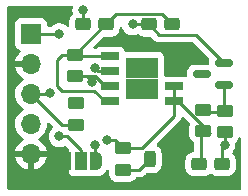
<source format=gbr>
%TF.GenerationSoftware,KiCad,Pcbnew,7.0.1-0*%
%TF.CreationDate,2023-04-25T00:20:10+03:00*%
%TF.ProjectId,power switch with delay,706f7765-7220-4737-9769-746368207769,rev?*%
%TF.SameCoordinates,Original*%
%TF.FileFunction,Copper,L1,Top*%
%TF.FilePolarity,Positive*%
%FSLAX46Y46*%
G04 Gerber Fmt 4.6, Leading zero omitted, Abs format (unit mm)*
G04 Created by KiCad (PCBNEW 7.0.1-0) date 2023-04-25 00:20:10*
%MOMM*%
%LPD*%
G01*
G04 APERTURE LIST*
G04 Aperture macros list*
%AMRoundRect*
0 Rectangle with rounded corners*
0 $1 Rounding radius*
0 $2 $3 $4 $5 $6 $7 $8 $9 X,Y pos of 4 corners*
0 Add a 4 corners polygon primitive as box body*
4,1,4,$2,$3,$4,$5,$6,$7,$8,$9,$2,$3,0*
0 Add four circle primitives for the rounded corners*
1,1,$1+$1,$2,$3*
1,1,$1+$1,$4,$5*
1,1,$1+$1,$6,$7*
1,1,$1+$1,$8,$9*
0 Add four rect primitives between the rounded corners*
20,1,$1+$1,$2,$3,$4,$5,0*
20,1,$1+$1,$4,$5,$6,$7,0*
20,1,$1+$1,$6,$7,$8,$9,0*
20,1,$1+$1,$8,$9,$2,$3,0*%
%AMFreePoly0*
4,1,19,0.550000,-0.750000,0.000000,-0.750000,0.000000,-0.744911,-0.071157,-0.744911,-0.207708,-0.704816,-0.327430,-0.627875,-0.420627,-0.520320,-0.479746,-0.390866,-0.500000,-0.250000,-0.500000,0.250000,-0.479746,0.390866,-0.420627,0.520320,-0.327430,0.627875,-0.207708,0.704816,-0.071157,0.744911,0.000000,0.744911,0.000000,0.750000,0.550000,0.750000,0.550000,-0.750000,0.550000,-0.750000,
$1*%
%AMFreePoly1*
4,1,19,0.000000,0.744911,0.071157,0.744911,0.207708,0.704816,0.327430,0.627875,0.420627,0.520320,0.479746,0.390866,0.500000,0.250000,0.500000,-0.250000,0.479746,-0.390866,0.420627,-0.520320,0.327430,-0.627875,0.207708,-0.704816,0.071157,-0.744911,0.000000,-0.744911,0.000000,-0.750000,-0.550000,-0.750000,-0.550000,0.750000,0.000000,0.750000,0.000000,0.744911,0.000000,0.744911,
$1*%
G04 Aperture macros list end*
%TA.AperFunction,SMDPad,CuDef*%
%ADD10RoundRect,0.250000X0.450000X-0.262500X0.450000X0.262500X-0.450000X0.262500X-0.450000X-0.262500X0*%
%TD*%
%TA.AperFunction,SMDPad,CuDef*%
%ADD11R,1.500000X0.650000*%
%TD*%
%TA.AperFunction,SMDPad,CuDef*%
%ADD12R,1.350000X1.800000*%
%TD*%
%TA.AperFunction,SMDPad,CuDef*%
%ADD13FreePoly0,0.000000*%
%TD*%
%TA.AperFunction,SMDPad,CuDef*%
%ADD14R,1.000000X1.500000*%
%TD*%
%TA.AperFunction,SMDPad,CuDef*%
%ADD15FreePoly1,0.000000*%
%TD*%
%TA.AperFunction,ComponentPad*%
%ADD16R,1.700000X1.700000*%
%TD*%
%TA.AperFunction,ComponentPad*%
%ADD17O,1.700000X1.700000*%
%TD*%
%TA.AperFunction,SMDPad,CuDef*%
%ADD18RoundRect,0.243750X0.243750X0.456250X-0.243750X0.456250X-0.243750X-0.456250X0.243750X-0.456250X0*%
%TD*%
%TA.AperFunction,SMDPad,CuDef*%
%ADD19RoundRect,0.150000X0.587500X0.150000X-0.587500X0.150000X-0.587500X-0.150000X0.587500X-0.150000X0*%
%TD*%
%TA.AperFunction,SMDPad,CuDef*%
%ADD20RoundRect,0.250000X-0.400000X-0.275000X0.400000X-0.275000X0.400000X0.275000X-0.400000X0.275000X0*%
%TD*%
%TA.AperFunction,ViaPad*%
%ADD21C,0.800000*%
%TD*%
%TA.AperFunction,Conductor*%
%ADD22C,0.250000*%
%TD*%
G04 APERTURE END LIST*
D10*
%TO.P,R5,2*%
%TO.N,Net-(D1-K-Pad1)*%
X129800000Y-97000000D03*
%TO.P,R5,1*%
%TO.N,OUT+*%
X129800000Y-98825000D03*
%TD*%
%TO.P,R4,1*%
%TO.N,Net-(C3-Pad2)*%
X131600000Y-98912500D03*
%TO.P,R4,2*%
%TO.N,Net-(D1-K-Pad1)*%
X131600000Y-97087500D03*
%TD*%
%TO.P,R3,1*%
%TO.N,Net-(D2-A)*%
X123000000Y-102112500D03*
%TO.P,R3,2*%
%TO.N,OUT+*%
X123000000Y-100287500D03*
%TD*%
%TO.P,R2,2*%
%TO.N,Net-(C1-Pad2)*%
X118912500Y-92375000D03*
%TO.P,R2,1*%
%TO.N,VCC*%
X118912500Y-94200000D03*
%TD*%
%TO.P,R1,2*%
%TO.N,VCC*%
X119000000Y-96487500D03*
%TO.P,R1,1*%
%TO.N,BUT*%
X119000000Y-98312500D03*
%TD*%
D11*
%TO.P,Q1,1*%
%TO.N,Net-(C1-Pad2)*%
X121900000Y-92495000D03*
%TO.P,Q1,2*%
%TO.N,Net-(C3-Pad2)*%
X121900000Y-93765000D03*
%TO.P,Q1,3*%
%TO.N,VCC*%
X121900000Y-95035000D03*
%TO.P,Q1,4*%
%TO.N,Net-(C1-Pad2)*%
X121900000Y-96305000D03*
%TO.P,Q1,5*%
%TO.N,OUT+*%
X127300000Y-96305000D03*
%TO.P,Q1,6*%
X127300000Y-95035000D03*
%TO.P,Q1,7*%
%TO.N,GND*%
X127300000Y-93765000D03*
%TO.P,Q1,8*%
X127300000Y-92495000D03*
D12*
%TO.P,Q1,9*%
%TO.N,N/C*%
X125275000Y-93500000D03*
X125275000Y-95300000D03*
X123925000Y-93500000D03*
X123925000Y-95300000D03*
%TD*%
D13*
%TO.P,JP1,1,A*%
%TO.N,GND*%
X118100000Y-101400000D03*
D14*
%TO.P,JP1,2,C*%
%TO.N,Net-(JP1-C)*%
X119400000Y-101400000D03*
D15*
%TO.P,JP1,3,B*%
%TO.N,VCC*%
X120700000Y-101400000D03*
%TD*%
D16*
%TO.P,J1,1,Pin_1*%
%TO.N,OUT+*%
X115200000Y-90600000D03*
D17*
%TO.P,J1,2,Pin_2*%
%TO.N,GND*%
X115200000Y-93140000D03*
%TO.P,J1,3,Pin_3*%
%TO.N,BUT*%
X115200000Y-95680000D03*
%TO.P,J1,4,Pin_4*%
%TO.N,VCC*%
X115200000Y-98220000D03*
%TO.P,J1,5,Pin_5*%
%TO.N,GND*%
X115200000Y-100760000D03*
%TD*%
D18*
%TO.P,D2,1,K*%
%TO.N,GND*%
X127137500Y-101200000D03*
%TO.P,D2,2,A*%
%TO.N,Net-(D2-A)*%
X125262500Y-101200000D03*
%TD*%
D19*
%TO.P,D1,3,K*%
%TO.N,unconnected-(D1-K-Pad3)*%
X129662500Y-94000000D03*
%TO.P,D1,2,A*%
%TO.N,BUT*%
X131537500Y-93050000D03*
%TO.P,D1,1,K*%
%TO.N,Net-(D1-K-Pad1)*%
X131537500Y-94950000D03*
%TD*%
D20*
%TO.P,C3,1*%
%TO.N,OUT+*%
X129425000Y-101600000D03*
%TO.P,C3,2*%
%TO.N,Net-(C3-Pad2)*%
X131375000Y-101600000D03*
%TD*%
%TO.P,C2,2*%
%TO.N,Net-(C1-Pad2)*%
X121550000Y-89800000D03*
%TO.P,C2,1*%
%TO.N,Net-(JP1-C)*%
X119600000Y-89800000D03*
%TD*%
%TO.P,C1,2*%
%TO.N,Net-(C1-Pad2)*%
X127150000Y-89800000D03*
%TO.P,C1,1*%
%TO.N,BUT*%
X125200000Y-89800000D03*
%TD*%
D21*
%TO.N,Net-(C3-Pad2)*%
X131600000Y-100000000D03*
X120591807Y-93475500D03*
%TO.N,OUT+*%
X121600000Y-99600000D03*
X117600000Y-90600000D03*
%TO.N,Net-(JP1-C)*%
X119600000Y-88600000D03*
X117600000Y-99275500D03*
%TO.N,VCC*%
X120400000Y-94675500D03*
X120600000Y-100000000D03*
%TO.N,BUT*%
X123800000Y-89800000D03*
X116800000Y-95600000D03*
%TD*%
D22*
%TO.N,Net-(C3-Pad2)*%
X131375000Y-101600000D02*
X131375000Y-100225000D01*
X131375000Y-100225000D02*
X131600000Y-100000000D01*
X131600000Y-98912500D02*
X131600000Y-100000000D01*
X120881307Y-93765000D02*
X120591807Y-93475500D01*
X121900000Y-93765000D02*
X120881307Y-93765000D01*
%TO.N,OUT+*%
X115200000Y-90600000D02*
X117600000Y-90600000D01*
X121600000Y-99600000D02*
X122312500Y-99600000D01*
X122312500Y-99600000D02*
X123000000Y-100287500D01*
X129425000Y-101600000D02*
X129600000Y-101425000D01*
X129600000Y-101425000D02*
X129600000Y-99025000D01*
%TO.N,Net-(D1-K-Pad1)*%
X129600000Y-97200000D02*
X131487500Y-97200000D01*
X131487500Y-97200000D02*
X131600000Y-97087500D01*
X131537500Y-94950000D02*
X131537500Y-97025000D01*
X131537500Y-97025000D02*
X131600000Y-97087500D01*
%TO.N,Net-(D2-A)*%
X124350000Y-102112500D02*
X125262500Y-101200000D01*
X123000000Y-102112500D02*
X124350000Y-102112500D01*
%TO.N,OUT+*%
X127300000Y-96305000D02*
X127300000Y-97587500D01*
X127300000Y-97587500D02*
X124600000Y-100287500D01*
X124600000Y-100287500D02*
X123000000Y-100287500D01*
%TO.N,BUT*%
X131537500Y-93050000D02*
X129137500Y-90650000D01*
X129137500Y-90650000D02*
X126050000Y-90650000D01*
X126050000Y-90650000D02*
X125200000Y-89800000D01*
%TO.N,OUT+*%
X127300000Y-96305000D02*
X127480000Y-96305000D01*
X127640000Y-96305000D02*
X130360000Y-99025000D01*
X127300000Y-95035000D02*
X127300000Y-96305000D01*
%TO.N,Net-(C3-Pad2)*%
X121900000Y-93765000D02*
X121900000Y-93810498D01*
%TO.N,Net-(JP1-C)*%
X119400000Y-101400000D02*
X119400000Y-100400000D01*
X118275500Y-99275500D02*
X117600000Y-99275500D01*
X119400000Y-100400000D02*
X118275500Y-99275500D01*
X119600000Y-88600000D02*
X119600000Y-89800000D01*
%TO.N,VCC*%
X118912500Y-94200000D02*
X119924500Y-94200000D01*
X120600000Y-100000000D02*
X120600000Y-101300000D01*
X119924500Y-94200000D02*
X120400000Y-94675500D01*
X120600000Y-101300000D02*
X120700000Y-101400000D01*
X121900000Y-95035000D02*
X121475000Y-95035000D01*
X121475000Y-95035000D02*
X120640000Y-94200000D01*
X120640000Y-94200000D02*
X118912500Y-94200000D01*
%TO.N,Net-(C1-Pad2)*%
X117400000Y-95000000D02*
X117400000Y-92800000D01*
X121900000Y-96305000D02*
X121475000Y-96305000D01*
X120570000Y-95400000D02*
X117800000Y-95400000D01*
X117800000Y-95400000D02*
X117400000Y-95000000D01*
X117400000Y-92800000D02*
X117825000Y-92375000D01*
X117825000Y-92375000D02*
X118912500Y-92375000D01*
X121475000Y-96305000D02*
X120570000Y-95400000D01*
X118912500Y-92375000D02*
X119032500Y-92495000D01*
X119032500Y-92495000D02*
X121900000Y-92495000D01*
X121550000Y-89800000D02*
X121487500Y-89800000D01*
X121487500Y-89800000D02*
X118912500Y-92375000D01*
X127150000Y-89800000D02*
X126300000Y-88950000D01*
X126300000Y-88950000D02*
X122400000Y-88950000D01*
X122400000Y-88950000D02*
X121550000Y-89800000D01*
%TO.N,BUT*%
X115200000Y-95680000D02*
X116720000Y-95680000D01*
X116720000Y-95680000D02*
X116800000Y-95600000D01*
X123800000Y-89800000D02*
X125200000Y-89800000D01*
X115200000Y-95680000D02*
X117832500Y-98312500D01*
X117832500Y-98312500D02*
X119000000Y-98312500D01*
%TD*%
%TA.AperFunction,Conductor*%
%TO.N,GND*%
G36*
X118668587Y-88214015D02*
G01*
X118712610Y-88251614D01*
X118734765Y-88305102D01*
X118730223Y-88362817D01*
X118714326Y-88411740D01*
X118694540Y-88599999D01*
X118714326Y-88788257D01*
X118730340Y-88837541D01*
X118732983Y-88904806D01*
X118700091Y-88963540D01*
X118607287Y-89056344D01*
X118515186Y-89205665D01*
X118460000Y-89372202D01*
X118449500Y-89474992D01*
X118449500Y-89874658D01*
X118435389Y-89932107D01*
X118396269Y-89976480D01*
X118341041Y-89997680D01*
X118282277Y-89990881D01*
X118233350Y-89957630D01*
X118205870Y-89927110D01*
X118052730Y-89815848D01*
X117879802Y-89738855D01*
X117694648Y-89699500D01*
X117694646Y-89699500D01*
X117505354Y-89699500D01*
X117505352Y-89699500D01*
X117320197Y-89738855D01*
X117147272Y-89815847D01*
X117066326Y-89874658D01*
X116994129Y-89927112D01*
X116988401Y-89933473D01*
X116946688Y-89963780D01*
X116896253Y-89974500D01*
X116674499Y-89974500D01*
X116612499Y-89957887D01*
X116567112Y-89912500D01*
X116550499Y-89850500D01*
X116550499Y-89702130D01*
X116550216Y-89699500D01*
X116544091Y-89642517D01*
X116493796Y-89507669D01*
X116407546Y-89392454D01*
X116292331Y-89306204D01*
X116157483Y-89255909D01*
X116097873Y-89249500D01*
X116097869Y-89249500D01*
X114302130Y-89249500D01*
X114242515Y-89255909D01*
X114107669Y-89306204D01*
X113992454Y-89392454D01*
X113906204Y-89507668D01*
X113855909Y-89642515D01*
X113855909Y-89642517D01*
X113849783Y-89699500D01*
X113849500Y-89702130D01*
X113849500Y-91497869D01*
X113852379Y-91524645D01*
X113855909Y-91557483D01*
X113906204Y-91692331D01*
X113992454Y-91807546D01*
X114107669Y-91893796D01*
X114239598Y-91943002D01*
X114289978Y-91977981D01*
X114317431Y-92032825D01*
X114315242Y-92094118D01*
X114283947Y-92146865D01*
X114161888Y-92268924D01*
X114026400Y-92462421D01*
X113926569Y-92676507D01*
X113869364Y-92889999D01*
X113869364Y-92890000D01*
X115326000Y-92890000D01*
X115388000Y-92906613D01*
X115433387Y-92952000D01*
X115450000Y-93014000D01*
X115450000Y-93266000D01*
X115433387Y-93328000D01*
X115388000Y-93373387D01*
X115326000Y-93390000D01*
X113869364Y-93390000D01*
X113926569Y-93603492D01*
X114026399Y-93817576D01*
X114161893Y-94011081D01*
X114328918Y-94178106D01*
X114514595Y-94308119D01*
X114553460Y-94352437D01*
X114567471Y-94409694D01*
X114553460Y-94466951D01*
X114514595Y-94511269D01*
X114328595Y-94641508D01*
X114161505Y-94808598D01*
X114025965Y-95002170D01*
X113926097Y-95216336D01*
X113864936Y-95444592D01*
X113844340Y-95680000D01*
X113864936Y-95915407D01*
X113894540Y-96025891D01*
X113926097Y-96143663D01*
X114025965Y-96357830D01*
X114161505Y-96551401D01*
X114328599Y-96718495D01*
X114514160Y-96848426D01*
X114553024Y-96892743D01*
X114567035Y-96950000D01*
X114553024Y-97007257D01*
X114514158Y-97051575D01*
X114401444Y-97130499D01*
X114328595Y-97181508D01*
X114161505Y-97348598D01*
X114025965Y-97542170D01*
X113926097Y-97756336D01*
X113864936Y-97984592D01*
X113844340Y-98220000D01*
X113864936Y-98455407D01*
X113903678Y-98599992D01*
X113926097Y-98683663D01*
X114025965Y-98897830D01*
X114161505Y-99091401D01*
X114328599Y-99258495D01*
X114514597Y-99388732D01*
X114553460Y-99433048D01*
X114567471Y-99490305D01*
X114553461Y-99547561D01*
X114514595Y-99591880D01*
X114328919Y-99721892D01*
X114161890Y-99888921D01*
X114026400Y-100082421D01*
X113926569Y-100296507D01*
X113869364Y-100509999D01*
X113869364Y-100510000D01*
X116530636Y-100510000D01*
X116530635Y-100509999D01*
X116473430Y-100296507D01*
X116373599Y-100082421D01*
X116238109Y-99888921D01*
X116071081Y-99721893D01*
X115885404Y-99591880D01*
X115846539Y-99547562D01*
X115832528Y-99490305D01*
X115846539Y-99433048D01*
X115885402Y-99388732D01*
X116071401Y-99258495D01*
X116238495Y-99091401D01*
X116374035Y-98897830D01*
X116473903Y-98683663D01*
X116535063Y-98455408D01*
X116549146Y-98294444D01*
X116556598Y-98209272D01*
X116581750Y-98144592D01*
X116637716Y-98103557D01*
X116706965Y-98099018D01*
X116767807Y-98132398D01*
X117032728Y-98397319D01*
X117061383Y-98442081D01*
X117068665Y-98494728D01*
X117053237Y-98545588D01*
X117017933Y-98585317D01*
X116994133Y-98602608D01*
X116994130Y-98602611D01*
X116994129Y-98602612D01*
X116973963Y-98625009D01*
X116867464Y-98743286D01*
X116772820Y-98907215D01*
X116714326Y-99087242D01*
X116694540Y-99275500D01*
X116714326Y-99463757D01*
X116772820Y-99643784D01*
X116867466Y-99807716D01*
X116994129Y-99948389D01*
X117147269Y-100059651D01*
X117320197Y-100136644D01*
X117505352Y-100176000D01*
X117505354Y-100176000D01*
X117694646Y-100176000D01*
X117694648Y-100176000D01*
X117818084Y-100149762D01*
X117879803Y-100136644D01*
X118052730Y-100059651D01*
X118052731Y-100059650D01*
X118059519Y-100056628D01*
X118107790Y-100045926D01*
X118156406Y-100054936D01*
X118197636Y-100082226D01*
X118418021Y-100302612D01*
X118451506Y-100363935D01*
X118446522Y-100433626D01*
X118405909Y-100542514D01*
X118399500Y-100602130D01*
X118399500Y-102197869D01*
X118402045Y-102221540D01*
X118405909Y-102257483D01*
X118456204Y-102392331D01*
X118542454Y-102507546D01*
X118657669Y-102593796D01*
X118792517Y-102644091D01*
X118852127Y-102650500D01*
X119947872Y-102650499D01*
X120007483Y-102644091D01*
X120007486Y-102644089D01*
X120022879Y-102642435D01*
X120052313Y-102642785D01*
X120150000Y-102655647D01*
X120771888Y-102655647D01*
X120771889Y-102655647D01*
X120914345Y-102635165D01*
X121052300Y-102594658D01*
X121183216Y-102534871D01*
X121304170Y-102457139D01*
X121361927Y-102413903D01*
X121412943Y-102362887D01*
X121507097Y-102254226D01*
X121571185Y-102154501D01*
X121617632Y-102111872D01*
X121679040Y-102097592D01*
X121739533Y-102115353D01*
X121783472Y-102160565D01*
X121799500Y-102221540D01*
X121799500Y-102425008D01*
X121810000Y-102527796D01*
X121865186Y-102694334D01*
X121957288Y-102843657D01*
X122081342Y-102967711D01*
X122081344Y-102967712D01*
X122230666Y-103059814D01*
X122342017Y-103096712D01*
X122397202Y-103114999D01*
X122407703Y-103116071D01*
X122499991Y-103125500D01*
X123500008Y-103125499D01*
X123602797Y-103114999D01*
X123769334Y-103059814D01*
X123918656Y-102967712D01*
X124042712Y-102843656D01*
X124071548Y-102796904D01*
X124116656Y-102753723D01*
X124177088Y-102738000D01*
X124267256Y-102738000D01*
X124287762Y-102740264D01*
X124290665Y-102740172D01*
X124290667Y-102740173D01*
X124357872Y-102738061D01*
X124361768Y-102738000D01*
X124389349Y-102738000D01*
X124389350Y-102738000D01*
X124393319Y-102737498D01*
X124404965Y-102736580D01*
X124448627Y-102735209D01*
X124467859Y-102729620D01*
X124486918Y-102725674D01*
X124493196Y-102724881D01*
X124506792Y-102723164D01*
X124547407Y-102707082D01*
X124558444Y-102703303D01*
X124600390Y-102691118D01*
X124617629Y-102680922D01*
X124635102Y-102672362D01*
X124653732Y-102664986D01*
X124689064Y-102639314D01*
X124698830Y-102632900D01*
X124736418Y-102610671D01*
X124736417Y-102610671D01*
X124736420Y-102610670D01*
X124750585Y-102596504D01*
X124765373Y-102583873D01*
X124781587Y-102572094D01*
X124809438Y-102538426D01*
X124817269Y-102529819D01*
X124910273Y-102436815D01*
X124950499Y-102409939D01*
X124997951Y-102400500D01*
X125555848Y-102400500D01*
X125657775Y-102390087D01*
X125657775Y-102390086D01*
X125822925Y-102335362D01*
X125971003Y-102244026D01*
X126094026Y-102121003D01*
X126185362Y-101972925D01*
X126240087Y-101807775D01*
X126250500Y-101705848D01*
X126250500Y-100694152D01*
X126240087Y-100592225D01*
X126237693Y-100585001D01*
X126212724Y-100509650D01*
X126185362Y-100427075D01*
X126094026Y-100278997D01*
X126094025Y-100278996D01*
X126094024Y-100278994D01*
X125971004Y-100155974D01*
X125884978Y-100102912D01*
X125845495Y-100063999D01*
X125826914Y-100011769D01*
X125832950Y-99956663D01*
X125862393Y-99909695D01*
X127683786Y-98088302D01*
X127699887Y-98075404D01*
X127701874Y-98073287D01*
X127701877Y-98073286D01*
X127747932Y-98024241D01*
X127750613Y-98021476D01*
X127770120Y-98001970D01*
X127772581Y-97998795D01*
X127780152Y-97989931D01*
X127810062Y-97958082D01*
X127819713Y-97940526D01*
X127830393Y-97924267D01*
X127842674Y-97908436D01*
X127860018Y-97868351D01*
X127865160Y-97857856D01*
X127886197Y-97819592D01*
X127891178Y-97800188D01*
X127897480Y-97781783D01*
X127905438Y-97763395D01*
X127909529Y-97737557D01*
X127937712Y-97676425D01*
X127993684Y-97639024D01*
X128060950Y-97636381D01*
X128119684Y-97669274D01*
X128618169Y-98167759D01*
X128651146Y-98226844D01*
X128648194Y-98294444D01*
X128610000Y-98409702D01*
X128599500Y-98512491D01*
X128599500Y-99137508D01*
X128610000Y-99240296D01*
X128665186Y-99406834D01*
X128757288Y-99556157D01*
X128881342Y-99680211D01*
X128915596Y-99701339D01*
X128958777Y-99746446D01*
X128974500Y-99806878D01*
X128974500Y-100462573D01*
X128959927Y-100520897D01*
X128919634Y-100565513D01*
X128884283Y-100578279D01*
X128885095Y-100580729D01*
X128705665Y-100640186D01*
X128556342Y-100732288D01*
X128432288Y-100856342D01*
X128340186Y-101005665D01*
X128285000Y-101172202D01*
X128274500Y-101274991D01*
X128274500Y-101925008D01*
X128285000Y-102027796D01*
X128340186Y-102194334D01*
X128432288Y-102343657D01*
X128556342Y-102467711D01*
X128612895Y-102502592D01*
X128705666Y-102559814D01*
X128808214Y-102593795D01*
X128872202Y-102614999D01*
X128882703Y-102616071D01*
X128974991Y-102625500D01*
X129875008Y-102625499D01*
X129977797Y-102614999D01*
X130144334Y-102559814D01*
X130293656Y-102467712D01*
X130312319Y-102449048D01*
X130367906Y-102416955D01*
X130432094Y-102416955D01*
X130487680Y-102449048D01*
X130506344Y-102467712D01*
X130655666Y-102559814D01*
X130758214Y-102593795D01*
X130822202Y-102614999D01*
X130832703Y-102616071D01*
X130924991Y-102625500D01*
X131825008Y-102625499D01*
X131927797Y-102614999D01*
X132094334Y-102559814D01*
X132243656Y-102467712D01*
X132367712Y-102343656D01*
X132459814Y-102194334D01*
X132514999Y-102027797D01*
X132525500Y-101925009D01*
X132525499Y-101274992D01*
X132517838Y-101200000D01*
X132514999Y-101172203D01*
X132484481Y-101080107D01*
X132459814Y-101005666D01*
X132367712Y-100856344D01*
X132367711Y-100856342D01*
X132278837Y-100767468D01*
X132247322Y-100713966D01*
X132245696Y-100651893D01*
X132274368Y-100596815D01*
X132332533Y-100532216D01*
X132427179Y-100368284D01*
X132456569Y-100277831D01*
X132485674Y-100188256D01*
X132505460Y-100000000D01*
X132490804Y-99860560D01*
X132497238Y-99806212D01*
X132526440Y-99759927D01*
X132642712Y-99643656D01*
X132734814Y-99494334D01*
X132757794Y-99424984D01*
X132796906Y-99368078D01*
X132860389Y-99340913D01*
X132928558Y-99351914D01*
X132980274Y-99397668D01*
X132999500Y-99463989D01*
X132999500Y-103675500D01*
X132982887Y-103737500D01*
X132937500Y-103782887D01*
X132875500Y-103799500D01*
X113324500Y-103799500D01*
X113262500Y-103782887D01*
X113217113Y-103737500D01*
X113200500Y-103675500D01*
X113200500Y-101010000D01*
X113869364Y-101010000D01*
X113926569Y-101223492D01*
X114026399Y-101437576D01*
X114161893Y-101631081D01*
X114328918Y-101798106D01*
X114522423Y-101933600D01*
X114736507Y-102033430D01*
X114949999Y-102090635D01*
X114950000Y-102090636D01*
X114950000Y-101010000D01*
X115450000Y-101010000D01*
X115450000Y-102090635D01*
X115663492Y-102033430D01*
X115877576Y-101933600D01*
X116071081Y-101798106D01*
X116238106Y-101631081D01*
X116373600Y-101437576D01*
X116473430Y-101223492D01*
X116530636Y-101010000D01*
X115450000Y-101010000D01*
X114950000Y-101010000D01*
X113869364Y-101010000D01*
X113200500Y-101010000D01*
X113200500Y-88324500D01*
X113217113Y-88262500D01*
X113262500Y-88217113D01*
X113324500Y-88200500D01*
X118612292Y-88200500D01*
X118668587Y-88214015D01*
G37*
%TD.AperFunction*%
%TA.AperFunction,Conductor*%
G36*
X122903538Y-90017526D02*
G01*
X122942430Y-90074752D01*
X122972821Y-90168285D01*
X123067466Y-90332216D01*
X123194129Y-90472889D01*
X123347269Y-90584151D01*
X123520197Y-90661144D01*
X123705352Y-90700500D01*
X123705354Y-90700500D01*
X123894646Y-90700500D01*
X123894648Y-90700500D01*
X124079800Y-90661145D01*
X124079801Y-90661144D01*
X124079803Y-90661144D01*
X124171452Y-90620338D01*
X124219722Y-90609637D01*
X124268338Y-90618647D01*
X124309568Y-90645937D01*
X124331342Y-90667711D01*
X124331344Y-90667712D01*
X124480666Y-90759814D01*
X124592016Y-90796712D01*
X124647202Y-90814999D01*
X124656729Y-90815972D01*
X124749991Y-90825500D01*
X125289547Y-90825499D01*
X125337000Y-90834938D01*
X125377228Y-90861818D01*
X125549197Y-91033787D01*
X125562098Y-91049889D01*
X125564212Y-91051874D01*
X125564214Y-91051877D01*
X125611561Y-91096339D01*
X125613240Y-91097916D01*
X125616035Y-91100625D01*
X125635530Y-91120120D01*
X125638704Y-91122582D01*
X125647568Y-91130153D01*
X125679418Y-91160062D01*
X125689914Y-91165832D01*
X125696974Y-91169714D01*
X125713231Y-91180392D01*
X125729064Y-91192674D01*
X125745185Y-91199649D01*
X125769156Y-91210023D01*
X125779643Y-91215160D01*
X125817908Y-91236197D01*
X125837316Y-91241180D01*
X125855710Y-91247478D01*
X125874105Y-91255438D01*
X125917254Y-91262271D01*
X125928680Y-91264638D01*
X125935487Y-91266386D01*
X125970980Y-91275500D01*
X125970981Y-91275500D01*
X125991016Y-91275500D01*
X126010413Y-91277026D01*
X126030196Y-91280160D01*
X126073674Y-91276050D01*
X126085344Y-91275500D01*
X128827048Y-91275500D01*
X128874501Y-91284939D01*
X128914729Y-91311819D01*
X130272595Y-92669685D01*
X130305018Y-92726526D01*
X130303992Y-92791955D01*
X130302402Y-92797426D01*
X130299500Y-92834309D01*
X130299500Y-93075500D01*
X130282887Y-93137500D01*
X130237500Y-93182887D01*
X130175500Y-93199500D01*
X129009306Y-93199500D01*
X128997014Y-93200467D01*
X128972427Y-93202402D01*
X128814602Y-93248255D01*
X128673134Y-93331919D01*
X128556919Y-93448134D01*
X128473255Y-93589602D01*
X128427402Y-93747427D01*
X128424500Y-93784308D01*
X128424500Y-94136907D01*
X128410376Y-94194382D01*
X128371220Y-94238763D01*
X128315953Y-94259940D01*
X128257168Y-94253089D01*
X128157483Y-94215909D01*
X128097873Y-94209500D01*
X128097869Y-94209500D01*
X128097784Y-94209500D01*
X126574498Y-94209500D01*
X126512499Y-94192888D01*
X126467112Y-94147501D01*
X126450499Y-94085501D01*
X126450499Y-92552130D01*
X126448082Y-92529644D01*
X126444091Y-92492517D01*
X126393796Y-92357669D01*
X126307546Y-92242454D01*
X126192331Y-92156204D01*
X126057483Y-92105909D01*
X125997873Y-92099500D01*
X124647881Y-92099500D01*
X124647873Y-92099500D01*
X123243980Y-92099500D01*
X123195167Y-92089488D01*
X123154237Y-92061070D01*
X123127798Y-92018834D01*
X123112561Y-91977981D01*
X123093796Y-91927669D01*
X123007546Y-91812454D01*
X122892331Y-91726204D01*
X122757483Y-91675909D01*
X122697873Y-91669500D01*
X122697869Y-91669500D01*
X121102130Y-91669500D01*
X121042515Y-91675909D01*
X120907669Y-91726204D01*
X120799012Y-91807545D01*
X120792454Y-91812454D01*
X120786946Y-91819811D01*
X120743185Y-91856384D01*
X120687680Y-91869500D01*
X120601952Y-91869500D01*
X120545657Y-91855985D01*
X120501634Y-91818385D01*
X120479479Y-91764898D01*
X120484021Y-91707182D01*
X120514271Y-91657819D01*
X121310272Y-90861818D01*
X121350500Y-90834938D01*
X121397953Y-90825499D01*
X122000009Y-90825499D01*
X122051402Y-90820249D01*
X122102797Y-90814999D01*
X122269334Y-90759814D01*
X122418656Y-90667712D01*
X122542712Y-90543656D01*
X122634814Y-90394334D01*
X122689999Y-90227797D01*
X122700500Y-90125009D01*
X122700499Y-90113074D01*
X122719799Y-90046633D01*
X122771698Y-90000874D01*
X122840037Y-89990048D01*
X122903538Y-90017526D01*
G37*
%TD.AperFunction*%
%TD*%
M02*

</source>
